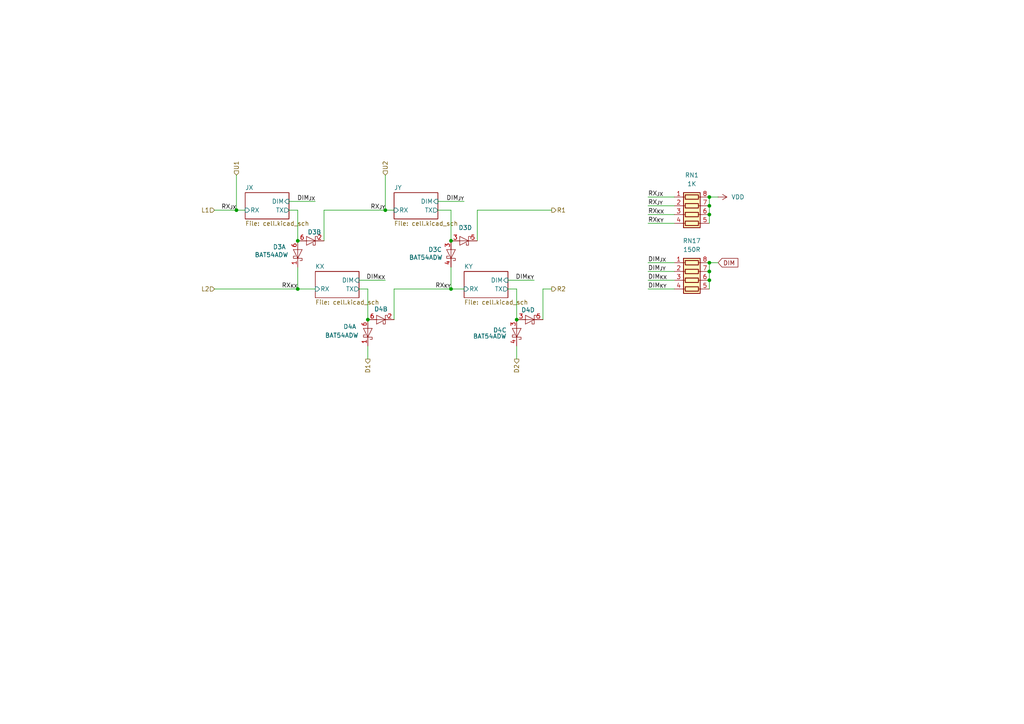
<source format=kicad_sch>
(kicad_sch (version 20231120) (generator "eeschema") (generator_version "8.0")
  (paper "A4")
  (lib_symbols
    (symbol "Device:R_Pack04" (pin_names (offset 0) hide)
      (property "Reference" "RN" (at -7.62 0 90))
      (property "Value" "R_Pack04" (at 5.08 0 90))
      (symbol "R_Pack04_0_1"
        (rectangle (start -6.35 -2.413) (end 3.81 2.413) (stroke (width 0.254)) (fill (type background)))
        (rectangle (start -5.715 1.905) (end -4.445 -1.905) (stroke (width 0.254)))
        (rectangle (start -3.175 1.905) (end -1.905 -1.905) (stroke (width 0.254)))
        (rectangle (start -0.635 1.905) (end 0.635 -1.905) (stroke (width 0.254)))
        (polyline (pts (xy -5.08 -2.54) (xy -5.08 -1.905)))
        (polyline (pts (xy -5.08 1.905) (xy -5.08 2.54)))
        (polyline (pts (xy -2.54 -2.54) (xy -2.54 -1.905)))
        (polyline (pts (xy -2.54 1.905) (xy -2.54 2.54)))
        (polyline (pts (xy 0 -2.54) (xy 0 -1.905)))
        (polyline (pts (xy 0 1.905) (xy 0 2.54)))
        (polyline (pts (xy 2.54 -2.54) (xy 2.54 -1.905)))
        (polyline (pts (xy 2.54 1.905) (xy 2.54 2.54)))
        (rectangle (start 1.905 1.905) (end 3.175 -1.905) (stroke (width 0.254)))
      )
      (symbol "R_Pack04_1_1"
        (pin passive line (at -5.08 -5.08 90) (length 2.54) (name "R1.1") (number "1"))
        (pin passive line (at -2.54 -5.08 90) (length 2.54) (name "R2.1") (number "2"))
        (pin passive line (at 0 -5.08 90) (length 2.54) (name "R3.1") (number "3"))
        (pin passive line (at 2.54 -5.08 90) (length 2.54) (name "R4.1") (number "4"))
        (pin passive line (at 2.54 5.08 270) (length 2.54) (name "R4.2") (number "5"))
        (pin passive line (at 0 5.08 270) (length 2.54) (name "R3.2") (number "6"))
        (pin passive line (at -2.54 5.08 270) (length 2.54) (name "R2.2") (number "7"))
        (pin passive line (at -5.08 5.08 270) (length 2.54) (name "R1.2") (number "8"))
      )
    )
    (symbol "Diode:BAT54ADW" (pin_names (offset 1.016) hide)
      (property "Reference" "D" (at 0 2.54 0))
      (property "Value" "BAT54ADW" (at 0 -2.54 0))
      (symbol "BAT54ADW_0_1"
        (polyline (pts (xy 1.27 -1.27) (xy 1.27 1.27)))
        (polyline (pts (xy 1.27 0) (xy -1.27 0)))
        (polyline (pts (xy 1.27 1.27) (xy -1.27 0) (xy 1.27 -1.27)))
        (polyline (pts (xy -0.635 0.635) (xy -0.635 1.27) (xy -1.27 1.27) (xy -1.27 -1.27) (xy -1.905 -1.27) (xy -1.905 -0.635)))
      )
      (symbol "BAT54ADW_1_1"
        (pin passive line (at -3.81 0 0) (length 2.54) (name "K") (number "1"))
        (pin passive line (at 3.81 0 180) (length 2.54) (name "A") (number "6"))
      )
      (symbol "BAT54ADW_2_1"
        (pin passive line (at -3.81 0 0) (length 2.54) (name "K") (number "2"))
        (pin passive line (at 3.81 0 180) (length 2.54) (name "A") (number "6"))
      )
      (symbol "BAT54ADW_3_1"
        (pin passive line (at 3.81 0 180) (length 2.54) (name "A") (number "3"))
        (pin passive line (at -3.81 0 0) (length 2.54) (name "K") (number "4"))
      )
      (symbol "BAT54ADW_4_1"
        (pin passive line (at 3.81 0 180) (length 2.54) (name "A") (number "3"))
        (pin passive line (at -3.81 0 0) (length 2.54) (name "K") (number "5"))
      )
    )
    (symbol "power:VDD" (power) (pin_numbers hide) (pin_names (offset 0) hide)
      (property "Value" "VDD" (at 0 3.556 0))
      (symbol "VDD_0_1"
        (polyline (pts (xy -0.762 1.27) (xy 0 2.54)))
        (polyline (pts (xy 0 0) (xy 0 2.54)))
        (polyline (pts (xy 0 2.54) (xy 0.762 1.27)))
      )
      (symbol "VDD_1_1"
        (pin power_in line (at 0 0 90) (length 0) (name "~") (number "1"))
      )
    )
  )
  (junction (at 205.74 81.28))
  (junction (at 205.74 78.74))
  (junction (at 205.74 59.69))
  (junction (at 86.36 83.82))
  (junction (at 205.74 57.15))
  (junction (at 205.74 62.23))
  (junction (at 130.81 69.85))
  (junction (at 205.74 76.2))
  (junction (at 106.68 92.71))
  (junction (at 68.58 60.96))
  (junction (at 130.81 83.82))
  (junction (at 111.76 60.96))
  (junction (at 86.36 69.85))
  (junction (at 149.86 92.71))
  (wire (pts (xy 86.36 83.82) (xy 91.44 83.82)))
  (wire (pts (xy 149.86 83.82) (xy 147.32 83.82)))
  (wire (pts (xy 187.96 59.69) (xy 195.58 59.69)))
  (wire (pts (xy 149.86 92.71) (xy 149.86 83.82)))
  (wire (pts (xy 62.23 60.96) (xy 68.58 60.96)))
  (wire (pts (xy 104.14 81.28) (xy 111.76 81.28)))
  (wire (pts (xy 86.36 60.96) (xy 86.36 69.85)))
  (wire (pts (xy 187.96 83.82) (xy 195.58 83.82)))
  (wire (pts (xy 111.76 60.96) (xy 114.3 60.96)))
  (wire (pts (xy 187.96 62.23) (xy 195.58 62.23)))
  (wire (pts (xy 93.98 60.96) (xy 93.98 69.85)))
  (wire (pts (xy 187.96 78.74) (xy 195.58 78.74)))
  (wire (pts (xy 205.74 62.23) (xy 205.74 64.77)))
  (wire (pts (xy 205.74 57.15) (xy 205.74 59.69)))
  (wire (pts (xy 138.43 60.96) (xy 160.02 60.96)))
  (wire (pts (xy 68.58 50.8) (xy 68.58 60.96)))
  (wire (pts (xy 205.74 76.2) (xy 205.74 78.74)))
  (wire (pts (xy 130.81 83.82) (xy 134.62 83.82)))
  (wire (pts (xy 205.74 78.74) (xy 205.74 81.28)))
  (wire (pts (xy 106.68 92.71) (xy 106.68 83.82)))
  (wire (pts (xy 106.68 100.33) (xy 106.68 104.14)))
  (wire (pts (xy 114.3 83.82) (xy 114.3 92.71)))
  (wire (pts (xy 157.48 83.82) (xy 157.48 92.71)))
  (wire (pts (xy 208.28 57.15) (xy 205.74 57.15)))
  (wire (pts (xy 205.74 59.69) (xy 205.74 62.23)))
  (wire (pts (xy 205.74 81.28) (xy 205.74 83.82)))
  (wire (pts (xy 68.58 60.96) (xy 71.12 60.96)))
  (wire (pts (xy 62.23 83.82) (xy 86.36 83.82)))
  (wire (pts (xy 147.32 81.28) (xy 154.94 81.28)))
  (wire (pts (xy 130.81 69.85) (xy 130.81 60.96)))
  (wire (pts (xy 187.96 81.28) (xy 195.58 81.28)))
  (wire (pts (xy 86.36 77.47) (xy 86.36 83.82)))
  (wire (pts (xy 83.82 60.96) (xy 86.36 60.96)))
  (wire (pts (xy 83.82 58.42) (xy 91.44 58.42)))
  (wire (pts (xy 205.74 76.2) (xy 208.28 76.2)))
  (wire (pts (xy 187.96 64.77) (xy 195.58 64.77)))
  (wire (pts (xy 111.76 50.8) (xy 111.76 60.96)))
  (wire (pts (xy 130.81 77.47) (xy 130.81 83.82)))
  (wire (pts (xy 114.3 83.82) (xy 130.81 83.82)))
  (wire (pts (xy 187.96 76.2) (xy 195.58 76.2)))
  (wire (pts (xy 106.68 83.82) (xy 104.14 83.82)))
  (wire (pts (xy 130.81 60.96) (xy 127 60.96)))
  (wire (pts (xy 93.98 60.96) (xy 111.76 60.96)))
  (wire (pts (xy 149.86 100.33) (xy 149.86 104.14)))
  (wire (pts (xy 127 58.42) (xy 134.62 58.42)))
  (wire (pts (xy 187.96 57.15) (xy 195.58 57.15)))
  (wire (pts (xy 138.43 60.96) (xy 138.43 69.85)))
  (wire (pts (xy 157.48 83.82) (xy 160.02 83.82)))
  (label "DIM_{JY}" (at 187.96 78.74 0))
  (label "RX_{KY}" (at 130.81 83.82 180))
  (label "RX_{JY}" (at 111.76 60.96 180))
  (label "RX_{JX}" (at 68.58 60.96 180))
  (label "RX_{KX}" (at 86.36 83.82 180))
  (label "DIM_{JY}" (at 134.62 58.42 180))
  (label "DIM_{KX}" (at 187.96 81.28 0))
  (label "RX_{KY}" (at 187.96 64.77 0))
  (label "RX_{KX}" (at 187.96 62.23 0))
  (label "DIM_{JX}" (at 187.96 76.2 0))
  (label "DIM_{KX}" (at 111.76 81.28 180))
  (label "DIM_{KY}" (at 154.94 81.28 180))
  (label "DIM_{JX}" (at 91.44 58.42 180))
  (label "RX_{JY}" (at 187.96 59.69 0))
  (label "DIM_{KY}" (at 187.96 83.82 0))
  (label "RX_{JX}" (at 187.96 57.15 0))
  (global_label "DIM" (shape input) (at 208.28 76.2 0) (property "Intersheetrefs" "${INTERSHEET_REFS}" (effects (hide yes))))
  (hierarchical_label "L2" (shape input) (at 62.23 83.82 180))
  (hierarchical_label "L1" (shape input) (at 62.23 60.96 180))
  (hierarchical_label "D1" (shape output) (at 106.68 104.14 270))
  (hierarchical_label "R1" (shape output) (at 160.02 60.96 0))
  (hierarchical_label "U2" (shape input) (at 111.76 50.8 90))
  (hierarchical_label "R2" (shape output) (at 160.02 83.82 0))
  (hierarchical_label "U1" (shape input) (at 68.58 50.8 90))
  (hierarchical_label "D2" (shape output) (at 149.86 104.14 270))
  (symbol (lib_id "Device:R_Pack04") (at 200.66 81.28 270) (unit 1)
    (property "Reference" "RN17" (at 200.66 69.85 90))
    (property "Value" "150R" (at 200.66 72.39 90))
    (property "Footprint" "Resistor_SMD:R_Array_Concave_4x0603" (effects (hide yes)))
    (property "Description" "4 resistor network, parallel topology" (effects (hide yes)))
    (property "LCSC" "C240724" (effects (hide yes)))
    (property "Manufacturer" "KOA Speer Elec" (effects (hide yes)))
    (property "Part Number" "CN1J4TTD151J" (effects (hide yes)))
    (instances (project "backplane-rev2" (path "" (reference "RN17") (unit 1)) (path "" (reference "RN18") (unit 1)) (path "" (reference "RN19") (unit 1)) (path "" (reference "RN20") (unit 1)) (path "" (reference "RN21") (unit 1)) (path "" (reference "RN22") (unit 1)) (path "" (reference "RN23") (unit 1)) (path "" (reference "RN24") (unit 1)) (path "" (reference "RN25") (unit 1)) (path "" (reference "RN26") (unit 1)) (path "" (reference "RN27") (unit 1)) (path "" (reference "RN28") (unit 1)) (path "" (reference "RN29") (unit 1)) (path "" (reference "RN30") (unit 1)) (path "" (reference "RN31") (unit 1)) (path "" (reference "RN32") (unit 1))))
  )
  (symbol (lib_id "Diode:BAT54ADW") (at 106.68 96.52 90) (unit 1)
    (property "Reference" "D4" (at 99.568 94.742 90) (effects (justify right)))
    (property "Value" "BAT54ADW" (at 94.234 97.282 90) (effects (justify right)))
    (property "Footprint" "Package_TO_SOT_SMD:SOT-363_SC-70-6" (effects (hide yes)))
    (property "Datasheet" "http://www.diodes.com/datasheets/ds30152.pdf" (effects (hide yes)))
    (property "Description" "Schottky diode array 2 pair Com A" (effects (hide yes)))
    (property "LCSC" "C5240642" (effects (hide yes)))
    (property "Manufacturer" "MSKSEMI" (effects (hide yes)))
    (property "Part Number" "BAT54ADW" (effects (hide yes)))
    (instances (project "backplane-rev2" (path "" (reference "D4") (unit 1)) (path "" (reference "D6") (unit 1)) (path "" (reference "D8") (unit 1)) (path "" (reference "D10") (unit 1)) (path "" (reference "D12") (unit 1)) (path "" (reference "D14") (unit 1)) (path "" (reference "D16") (unit 1)) (path "" (reference "D18") (unit 1)) (path "" (reference "D20") (unit 1)) (path "" (reference "D22") (unit 1)) (path "" (reference "D24") (unit 1)) (path "" (reference "D26") (unit 1)) (path "" (reference "D28") (unit 1)) (path "" (reference "D30") (unit 1)) (path "" (reference "D32") (unit 1)) (path "" (reference "D2") (unit 1))))
  )
  (symbol (lib_id "Diode:BAT54ADW") (at 134.62 69.85 180) (unit 4)
    (property "Reference" "D3" (at 134.9375 66.04 0))
    (property "Value" "BAT54ADW" (effects (hide yes)))
    (property "Footprint" "Package_TO_SOT_SMD:SOT-363_SC-70-6" (effects (hide yes)))
    (property "Datasheet" "http://www.diodes.com/datasheets/ds30152.pdf" (effects (hide yes)))
    (property "Description" "Schottky diode array 2 pair Com A" (effects (hide yes)))
    (property "LCSC" "C5240642" (effects (hide yes)))
    (property "Manufacturer" "MSKSEMI" (effects (hide yes)))
    (property "Part Number" "BAT54ADW" (effects (hide yes)))
    (instances (project "backplane-rev2" (path "" (reference "D3") (unit 4)) (path "" (reference "D5") (unit 4)) (path "" (reference "D7") (unit 4)) (path "" (reference "D9") (unit 4)) (path "" (reference "D11") (unit 4)) (path "" (reference "D13") (unit 4)) (path "" (reference "D15") (unit 4)) (path "" (reference "D17") (unit 4)) (path "" (reference "D19") (unit 4)) (path "" (reference "D21") (unit 4)) (path "" (reference "D23") (unit 4)) (path "" (reference "D25") (unit 4)) (path "" (reference "D27") (unit 4)) (path "" (reference "D29") (unit 4)) (path "" (reference "D31") (unit 4)) (path "" (reference "D1") (unit 4))))
  )
  (symbol (lib_id "power:VDD") (at 208.28 57.15 270) (unit 1)
    (property "Reference" "#PWR09" (effects (hide yes)))
    (property "Value" "VDD" (at 212.09 57.1499 90) (effects (justify left)))
    (property "Description" "Power symbol creates a global label with name \"VDD\"" (effects (hide yes)))
    (instances (project "backplane-rev2" (path "" (reference "#PWR09") (unit 1)) (path "" (reference "#PWR010") (unit 1)) (path "" (reference "#PWR011") (unit 1)) (path "" (reference "#PWR012") (unit 1)) (path "" (reference "#PWR013") (unit 1)) (path "" (reference "#PWR014") (unit 1)) (path "" (reference "#PWR015") (unit 1)) (path "" (reference "#PWR016") (unit 1)) (path "" (reference "#PWR025") (unit 1)) (path "" (reference "#PWR026") (unit 1)) (path "" (reference "#PWR027") (unit 1)) (path "" (reference "#PWR028") (unit 1)) (path "" (reference "#PWR037") (unit 1)) (path "" (reference "#PWR038") (unit 1)) (path "" (reference "#PWR039") (unit 1)) (path "" (reference "#PWR040") (unit 1))))
  )
  (symbol (lib_id "Diode:BAT54ADW") (at 149.86 96.52 90) (unit 3)
    (property "Reference" "D4" (at 143.002 95.758 90) (effects (justify right)))
    (property "Value" "BAT54ADW" (at 137.16 97.536 90) (effects (justify right)))
    (property "Footprint" "Package_TO_SOT_SMD:SOT-363_SC-70-6" (effects (hide yes)))
    (property "Datasheet" "http://www.diodes.com/datasheets/ds30152.pdf" (effects (hide yes)))
    (property "Description" "Schottky diode array 2 pair Com A" (effects (hide yes)))
    (property "LCSC" "C5240642" (effects (hide yes)))
    (property "Manufacturer" "MSKSEMI" (effects (hide yes)))
    (property "Part Number" "BAT54ADW" (effects (hide yes)))
    (instances (project "backplane-rev2" (path "" (reference "D4") (unit 3)) (path "" (reference "D6") (unit 3)) (path "" (reference "D8") (unit 3)) (path "" (reference "D10") (unit 3)) (path "" (reference "D12") (unit 3)) (path "" (reference "D14") (unit 3)) (path "" (reference "D16") (unit 3)) (path "" (reference "D18") (unit 3)) (path "" (reference "D20") (unit 3)) (path "" (reference "D22") (unit 3)) (path "" (reference "D24") (unit 3)) (path "" (reference "D26") (unit 3)) (path "" (reference "D28") (unit 3)) (path "" (reference "D30") (unit 3)) (path "" (reference "D32") (unit 3)) (path "" (reference "D2") (unit 3))))
  )
  (symbol (lib_id "Diode:BAT54ADW") (at 110.49 92.71 180) (unit 2)
    (property "Reference" "D4" (at 110.49 89.662 0))
    (property "Value" "BAT54ADW" (effects (hide yes)))
    (property "Footprint" "Package_TO_SOT_SMD:SOT-363_SC-70-6" (effects (hide yes)))
    (property "Datasheet" "http://www.diodes.com/datasheets/ds30152.pdf" (effects (hide yes)))
    (property "Description" "Schottky diode array 2 pair Com A" (effects (hide yes)))
    (property "LCSC" "C5240642" (effects (hide yes)))
    (property "Manufacturer" "MSKSEMI" (effects (hide yes)))
    (property "Part Number" "BAT54ADW" (effects (hide yes)))
    (instances (project "backplane-rev2" (path "" (reference "D4") (unit 2)) (path "" (reference "D6") (unit 2)) (path "" (reference "D8") (unit 2)) (path "" (reference "D10") (unit 2)) (path "" (reference "D12") (unit 2)) (path "" (reference "D14") (unit 2)) (path "" (reference "D16") (unit 2)) (path "" (reference "D18") (unit 2)) (path "" (reference "D20") (unit 2)) (path "" (reference "D22") (unit 2)) (path "" (reference "D24") (unit 2)) (path "" (reference "D26") (unit 2)) (path "" (reference "D28") (unit 2)) (path "" (reference "D30") (unit 2)) (path "" (reference "D32") (unit 2)) (path "" (reference "D2") (unit 2))))
  )
  (symbol (lib_id "Diode:BAT54ADW") (at 130.81 73.66 90) (unit 3)
    (property "Reference" "D3" (at 124.206 72.39 90) (effects (justify right)))
    (property "Value" "BAT54ADW" (at 118.618 74.676 90) (effects (justify right)))
    (property "Footprint" "Package_TO_SOT_SMD:SOT-363_SC-70-6" (effects (hide yes)))
    (property "Datasheet" "http://www.diodes.com/datasheets/ds30152.pdf" (effects (hide yes)))
    (property "Description" "Schottky diode array 2 pair Com A" (effects (hide yes)))
    (property "LCSC" "C5240642" (effects (hide yes)))
    (property "Manufacturer" "MSKSEMI" (effects (hide yes)))
    (property "Part Number" "BAT54ADW" (effects (hide yes)))
    (instances (project "backplane-rev2" (path "" (reference "D3") (unit 3)) (path "" (reference "D5") (unit 3)) (path "" (reference "D7") (unit 3)) (path "" (reference "D9") (unit 3)) (path "" (reference "D11") (unit 3)) (path "" (reference "D13") (unit 3)) (path "" (reference "D15") (unit 3)) (path "" (reference "D17") (unit 3)) (path "" (reference "D19") (unit 3)) (path "" (reference "D21") (unit 3)) (path "" (reference "D23") (unit 3)) (path "" (reference "D25") (unit 3)) (path "" (reference "D27") (unit 3)) (path "" (reference "D29") (unit 3)) (path "" (reference "D31") (unit 3)) (path "" (reference "D1") (unit 3))))
  )
  (symbol (lib_id "Device:R_Pack04") (at 200.66 62.23 270) (unit 1)
    (property "Reference" "RN1" (at 200.66 50.8 90))
    (property "Value" "1K" (at 200.66 53.34 90))
    (property "Footprint" "Resistor_SMD:R_Array_Convex_4x0603" (effects (hide yes)))
    (property "Description" "4 resistor network, parallel topology" (effects (hide yes)))
    (property "LCSC" "C160614 " (effects (hide yes)))
    (property "Manufacturer" "Guangdong Fenghua" (effects (hide yes)))
    (property "Part Number" "RC-ML08W102JT" (effects (hide yes)))
    (instances (project "backplane-rev2" (path "" (reference "RN1") (unit 1)) (path "" (reference "RN2") (unit 1)) (path "" (reference "RN3") (unit 1)) (path "" (reference "RN4") (unit 1)) (path "" (reference "RN5") (unit 1)) (path "" (reference "RN6") (unit 1)) (path "" (reference "RN7") (unit 1)) (path "" (reference "RN8") (unit 1)) (path "" (reference "RN9") (unit 1)) (path "" (reference "RN10") (unit 1)) (path "" (reference "RN11") (unit 1)) (path "" (reference "RN12") (unit 1)) (path "" (reference "RN13") (unit 1)) (path "" (reference "RN14") (unit 1)) (path "" (reference "RN15") (unit 1)) (path "" (reference "RN16") (unit 1))))
  )
  (symbol (lib_id "Diode:BAT54ADW") (at 153.67 92.71 180) (unit 4)
    (property "Reference" "D4" (at 153.162 89.916 0))
    (property "Value" "BAT54ADW" (effects (hide yes)))
    (property "Footprint" "Package_TO_SOT_SMD:SOT-363_SC-70-6" (effects (hide yes)))
    (property "Datasheet" "http://www.diodes.com/datasheets/ds30152.pdf" (effects (hide yes)))
    (property "Description" "Schottky diode array 2 pair Com A" (effects (hide yes)))
    (property "LCSC" "C5240642" (effects (hide yes)))
    (property "Manufacturer" "MSKSEMI" (effects (hide yes)))
    (property "Part Number" "BAT54ADW" (effects (hide yes)))
    (instances (project "backplane-rev2" (path "" (reference "D4") (unit 4)) (path "" (reference "D6") (unit 4)) (path "" (reference "D8") (unit 4)) (path "" (reference "D10") (unit 4)) (path "" (reference "D12") (unit 4)) (path "" (reference "D14") (unit 4)) (path "" (reference "D16") (unit 4)) (path "" (reference "D18") (unit 4)) (path "" (reference "D20") (unit 4)) (path "" (reference "D22") (unit 4)) (path "" (reference "D24") (unit 4)) (path "" (reference "D26") (unit 4)) (path "" (reference "D28") (unit 4)) (path "" (reference "D30") (unit 4)) (path "" (reference "D32") (unit 4)) (path "" (reference "D2") (unit 4))))
  )
  (symbol (lib_id "Diode:BAT54ADW") (at 90.17 69.85 180) (unit 2)
    (property "Reference" "D3" (at 89.2174 67.31 0) (effects (justify right)))
    (property "Value" "BAT54ADW" (effects (hide yes)))
    (property "Footprint" "Package_TO_SOT_SMD:SOT-363_SC-70-6" (effects (hide yes)))
    (property "Datasheet" "http://www.diodes.com/datasheets/ds30152.pdf" (effects (hide yes)))
    (property "Description" "Schottky diode array 2 pair Com A" (effects (hide yes)))
    (property "LCSC" "C5240642" (effects (hide yes)))
    (property "Manufacturer" "MSKSEMI" (effects (hide yes)))
    (property "Part Number" "BAT54ADW" (effects (hide yes)))
    (instances (project "backplane-rev2" (path "" (reference "D3") (unit 2)) (path "" (reference "D5") (unit 2)) (path "" (reference "D7") (unit 2)) (path "" (reference "D9") (unit 2)) (path "" (reference "D11") (unit 2)) (path "" (reference "D13") (unit 2)) (path "" (reference "D15") (unit 2)) (path "" (reference "D17") (unit 2)) (path "" (reference "D19") (unit 2)) (path "" (reference "D21") (unit 2)) (path "" (reference "D23") (unit 2)) (path "" (reference "D25") (unit 2)) (path "" (reference "D27") (unit 2)) (path "" (reference "D29") (unit 2)) (path "" (reference "D31") (unit 2)) (path "" (reference "D1") (unit 2))))
  )
  (symbol (lib_id "Diode:BAT54ADW") (at 86.36 73.66 90) (unit 1)
    (property "Reference" "D3" (at 81.026 71.628 90))
    (property "Value" "BAT54ADW" (at 78.74 73.914 90))
    (property "Footprint" "Package_TO_SOT_SMD:SOT-363_SC-70-6" (effects (hide yes)))
    (property "Datasheet" "http://www.diodes.com/datasheets/ds30152.pdf" (effects (hide yes)))
    (property "Description" "Schottky diode array 2 pair Com A" (effects (hide yes)))
    (property "LCSC" "C5240642" (effects (hide yes)))
    (property "Manufacturer" "MSKSEMI" (effects (hide yes)))
    (property "Part Number" "BAT54ADW" (effects (hide yes)))
    (instances (project "backplane-rev2" (path "" (reference "D3") (unit 1)) (path "" (reference "D5") (unit 1)) (path "" (reference "D7") (unit 1)) (path "" (reference "D9") (unit 1)) (path "" (reference "D11") (unit 1)) (path "" (reference "D13") (unit 1)) (path "" (reference "D15") (unit 1)) (path "" (reference "D17") (unit 1)) (path "" (reference "D19") (unit 1)) (path "" (reference "D21") (unit 1)) (path "" (reference "D23") (unit 1)) (path "" (reference "D25") (unit 1)) (path "" (reference "D27") (unit 1)) (path "" (reference "D29") (unit 1)) (path "" (reference "D31") (unit 1)) (path "" (reference "D1") (unit 1))))
  )
  (sheet (at 71.12 55.88) (size 12.7 7.62) (stroke (width 0.1524))
    (property "Sheetname" "JX" (at 71.12 55.1684 0) (effects (justify left bottom)))
    (property "Sheetfile" "cell.kicad_sch" (at 71.12 64.0846 0) (effects (justify left top)))
    (pin "RX" input (at 71.12 60.96 180))
    (pin "TX" output (at 83.82 60.96 0))
    (pin "DIM" input (at 83.82 58.42 0))
  )
  (sheet (at 114.3 55.88) (size 12.7 7.62) (stroke (width 0.1524))
    (property "Sheetname" "JY" (at 114.3 55.1684 0) (effects (justify left bottom)))
    (property "Sheetfile" "cell.kicad_sch" (at 114.3 64.0846 0) (effects (justify left top)))
    (pin "RX" input (at 114.3 60.96 180))
    (pin "TX" output (at 127 60.96 0))
    (pin "DIM" input (at 127 58.42 0))
  )
  (sheet (at 134.62 78.74) (size 12.7 7.62) (stroke (width 0.1524))
    (property "Sheetname" "KY" (at 134.62 78.0284 0) (effects (justify left bottom)))
    (property "Sheetfile" "cell.kicad_sch" (at 134.62 86.9446 0) (effects (justify left top)))
    (pin "RX" input (at 134.62 83.82 180))
    (pin "TX" output (at 147.32 83.82 0))
    (pin "DIM" input (at 147.32 81.28 0))
  )
  (sheet (at 91.44 78.74) (size 12.7 7.62) (stroke (width 0.1524))
    (property "Sheetname" "KX" (at 91.44 78.0284 0) (effects (justify left bottom)))
    (property "Sheetfile" "cell.kicad_sch" (at 91.44 86.9446 0) (effects (justify left top)))
    (pin "RX" input (at 91.44 83.82 180))
    (pin "TX" output (at 104.14 83.82 0))
    (pin "DIM" input (at 104.14 81.28 0))
  )
)
</source>
